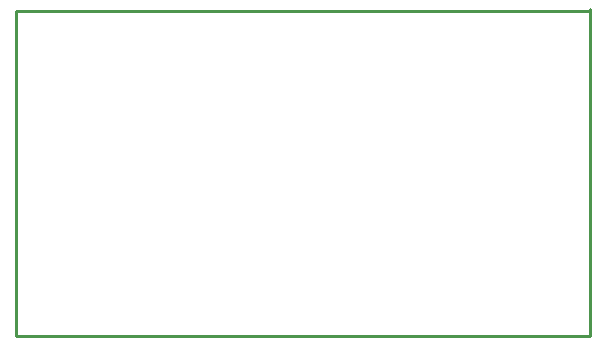
<source format=gko>
G04 Layer: BoardOutlineLayer*
G04 EasyEDA v6.5.34, 2023-12-21 17:11:59*
G04 12d045cc0dbe4403be4ac363432de5ab,1733c34252f04aa8848ca1e28a7e2cb8,10*
G04 Gerber Generator version 0.2*
G04 Scale: 100 percent, Rotated: No, Reflected: No *
G04 Dimensions in millimeters *
G04 leading zeros omitted , absolute positions ,4 integer and 5 decimal *
%FSLAX45Y45*%
%MOMM*%

%ADD10C,0.2540*%
D10*
X26923Y2564637D02*
G01*
X26923Y2768600D01*
X4889500Y2768600D01*
X4889500Y2781300D01*
X4889500Y12700D01*
X26923Y12700D01*
X26923Y2564637D01*

%LPD*%
M02*

</source>
